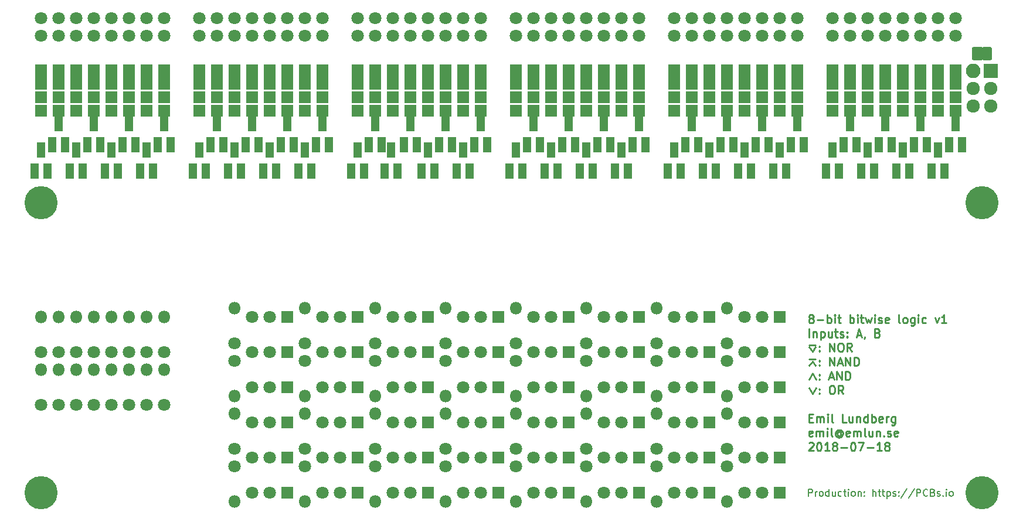
<source format=gts>
G04 #@! TF.GenerationSoftware,KiCad,Pcbnew,(5.0.0-rc2-200-g1f6f76beb)*
G04 #@! TF.CreationDate,2018-07-19T02:54:02+02:00*
G04 #@! TF.ProjectId,8-bit-bitwise-logic,382D6269742D626974776973652D6C6F,rev?*
G04 #@! TF.SameCoordinates,Original*
G04 #@! TF.FileFunction,Soldermask,Top*
G04 #@! TF.FilePolarity,Negative*
%FSLAX46Y46*%
G04 Gerber Fmt 4.6, Leading zero omitted, Abs format (unit mm)*
G04 Created by KiCad (PCBNEW (5.0.0-rc2-200-g1f6f76beb)) date Thu Jul 19 02:54:02 2018*
%MOMM*%
%LPD*%
G01*
G04 APERTURE LIST*
%ADD10C,0.200000*%
%ADD11C,0.250000*%
%ADD12C,1.924000*%
%ADD13C,1.800000*%
%ADD14R,1.800000X1.800000*%
%ADD15O,1.800000X1.800000*%
%ADD16R,1.720000X1.920000*%
%ADD17R,2.100000X2.100000*%
%ADD18O,2.100000X2.100000*%
%ADD19C,0.300000*%
%ADD20C,0.100000*%
%ADD21R,1.200000X2.300000*%
%ADD22R,1.800000X1.695000*%
%ADD23C,4.800000*%
G04 APERTURE END LIST*
D10*
X192138095Y-112212380D02*
X192138095Y-111212380D01*
X192519047Y-111212380D01*
X192614285Y-111260000D01*
X192661904Y-111307619D01*
X192709523Y-111402857D01*
X192709523Y-111545714D01*
X192661904Y-111640952D01*
X192614285Y-111688571D01*
X192519047Y-111736190D01*
X192138095Y-111736190D01*
X193138095Y-112212380D02*
X193138095Y-111545714D01*
X193138095Y-111736190D02*
X193185714Y-111640952D01*
X193233333Y-111593333D01*
X193328571Y-111545714D01*
X193423809Y-111545714D01*
X193900000Y-112212380D02*
X193804761Y-112164761D01*
X193757142Y-112117142D01*
X193709523Y-112021904D01*
X193709523Y-111736190D01*
X193757142Y-111640952D01*
X193804761Y-111593333D01*
X193900000Y-111545714D01*
X194042857Y-111545714D01*
X194138095Y-111593333D01*
X194185714Y-111640952D01*
X194233333Y-111736190D01*
X194233333Y-112021904D01*
X194185714Y-112117142D01*
X194138095Y-112164761D01*
X194042857Y-112212380D01*
X193900000Y-112212380D01*
X195090476Y-112212380D02*
X195090476Y-111212380D01*
X195090476Y-112164761D02*
X194995238Y-112212380D01*
X194804761Y-112212380D01*
X194709523Y-112164761D01*
X194661904Y-112117142D01*
X194614285Y-112021904D01*
X194614285Y-111736190D01*
X194661904Y-111640952D01*
X194709523Y-111593333D01*
X194804761Y-111545714D01*
X194995238Y-111545714D01*
X195090476Y-111593333D01*
X195995238Y-111545714D02*
X195995238Y-112212380D01*
X195566666Y-111545714D02*
X195566666Y-112069523D01*
X195614285Y-112164761D01*
X195709523Y-112212380D01*
X195852380Y-112212380D01*
X195947619Y-112164761D01*
X195995238Y-112117142D01*
X196900000Y-112164761D02*
X196804761Y-112212380D01*
X196614285Y-112212380D01*
X196519047Y-112164761D01*
X196471428Y-112117142D01*
X196423809Y-112021904D01*
X196423809Y-111736190D01*
X196471428Y-111640952D01*
X196519047Y-111593333D01*
X196614285Y-111545714D01*
X196804761Y-111545714D01*
X196900000Y-111593333D01*
X197185714Y-111545714D02*
X197566666Y-111545714D01*
X197328571Y-111212380D02*
X197328571Y-112069523D01*
X197376190Y-112164761D01*
X197471428Y-112212380D01*
X197566666Y-112212380D01*
X197900000Y-112212380D02*
X197900000Y-111545714D01*
X197900000Y-111212380D02*
X197852380Y-111260000D01*
X197900000Y-111307619D01*
X197947619Y-111260000D01*
X197900000Y-111212380D01*
X197900000Y-111307619D01*
X198519047Y-112212380D02*
X198423809Y-112164761D01*
X198376190Y-112117142D01*
X198328571Y-112021904D01*
X198328571Y-111736190D01*
X198376190Y-111640952D01*
X198423809Y-111593333D01*
X198519047Y-111545714D01*
X198661904Y-111545714D01*
X198757142Y-111593333D01*
X198804761Y-111640952D01*
X198852380Y-111736190D01*
X198852380Y-112021904D01*
X198804761Y-112117142D01*
X198757142Y-112164761D01*
X198661904Y-112212380D01*
X198519047Y-112212380D01*
X199280952Y-111545714D02*
X199280952Y-112212380D01*
X199280952Y-111640952D02*
X199328571Y-111593333D01*
X199423809Y-111545714D01*
X199566666Y-111545714D01*
X199661904Y-111593333D01*
X199709523Y-111688571D01*
X199709523Y-112212380D01*
X200185714Y-112117142D02*
X200233333Y-112164761D01*
X200185714Y-112212380D01*
X200138095Y-112164761D01*
X200185714Y-112117142D01*
X200185714Y-112212380D01*
X200185714Y-111593333D02*
X200233333Y-111640952D01*
X200185714Y-111688571D01*
X200138095Y-111640952D01*
X200185714Y-111593333D01*
X200185714Y-111688571D01*
X201423809Y-112212380D02*
X201423809Y-111212380D01*
X201852380Y-112212380D02*
X201852380Y-111688571D01*
X201804761Y-111593333D01*
X201709523Y-111545714D01*
X201566666Y-111545714D01*
X201471428Y-111593333D01*
X201423809Y-111640952D01*
X202185714Y-111545714D02*
X202566666Y-111545714D01*
X202328571Y-111212380D02*
X202328571Y-112069523D01*
X202376190Y-112164761D01*
X202471428Y-112212380D01*
X202566666Y-112212380D01*
X202757142Y-111545714D02*
X203138095Y-111545714D01*
X202900000Y-111212380D02*
X202900000Y-112069523D01*
X202947619Y-112164761D01*
X203042857Y-112212380D01*
X203138095Y-112212380D01*
X203471428Y-111545714D02*
X203471428Y-112545714D01*
X203471428Y-111593333D02*
X203566666Y-111545714D01*
X203757142Y-111545714D01*
X203852380Y-111593333D01*
X203900000Y-111640952D01*
X203947619Y-111736190D01*
X203947619Y-112021904D01*
X203900000Y-112117142D01*
X203852380Y-112164761D01*
X203757142Y-112212380D01*
X203566666Y-112212380D01*
X203471428Y-112164761D01*
X204328571Y-112164761D02*
X204423809Y-112212380D01*
X204614285Y-112212380D01*
X204709523Y-112164761D01*
X204757142Y-112069523D01*
X204757142Y-112021904D01*
X204709523Y-111926666D01*
X204614285Y-111879047D01*
X204471428Y-111879047D01*
X204376190Y-111831428D01*
X204328571Y-111736190D01*
X204328571Y-111688571D01*
X204376190Y-111593333D01*
X204471428Y-111545714D01*
X204614285Y-111545714D01*
X204709523Y-111593333D01*
X205185714Y-112117142D02*
X205233333Y-112164761D01*
X205185714Y-112212380D01*
X205138095Y-112164761D01*
X205185714Y-112117142D01*
X205185714Y-112212380D01*
X205185714Y-111593333D02*
X205233333Y-111640952D01*
X205185714Y-111688571D01*
X205138095Y-111640952D01*
X205185714Y-111593333D01*
X205185714Y-111688571D01*
X206376190Y-111164761D02*
X205519047Y-112450476D01*
X207423809Y-111164761D02*
X206566666Y-112450476D01*
X207757142Y-112212380D02*
X207757142Y-111212380D01*
X208138095Y-111212380D01*
X208233333Y-111260000D01*
X208280952Y-111307619D01*
X208328571Y-111402857D01*
X208328571Y-111545714D01*
X208280952Y-111640952D01*
X208233333Y-111688571D01*
X208138095Y-111736190D01*
X207757142Y-111736190D01*
X209328571Y-112117142D02*
X209280952Y-112164761D01*
X209138095Y-112212380D01*
X209042857Y-112212380D01*
X208900000Y-112164761D01*
X208804761Y-112069523D01*
X208757142Y-111974285D01*
X208709523Y-111783809D01*
X208709523Y-111640952D01*
X208757142Y-111450476D01*
X208804761Y-111355238D01*
X208900000Y-111260000D01*
X209042857Y-111212380D01*
X209138095Y-111212380D01*
X209280952Y-111260000D01*
X209328571Y-111307619D01*
X210090476Y-111688571D02*
X210233333Y-111736190D01*
X210280952Y-111783809D01*
X210328571Y-111879047D01*
X210328571Y-112021904D01*
X210280952Y-112117142D01*
X210233333Y-112164761D01*
X210138095Y-112212380D01*
X209757142Y-112212380D01*
X209757142Y-111212380D01*
X210090476Y-111212380D01*
X210185714Y-111260000D01*
X210233333Y-111307619D01*
X210280952Y-111402857D01*
X210280952Y-111498095D01*
X210233333Y-111593333D01*
X210185714Y-111640952D01*
X210090476Y-111688571D01*
X209757142Y-111688571D01*
X210709523Y-112164761D02*
X210804761Y-112212380D01*
X210995238Y-112212380D01*
X211090476Y-112164761D01*
X211138095Y-112069523D01*
X211138095Y-112021904D01*
X211090476Y-111926666D01*
X210995238Y-111879047D01*
X210852380Y-111879047D01*
X210757142Y-111831428D01*
X210709523Y-111736190D01*
X210709523Y-111688571D01*
X210757142Y-111593333D01*
X210852380Y-111545714D01*
X210995238Y-111545714D01*
X211090476Y-111593333D01*
X211566666Y-112117142D02*
X211614285Y-112164761D01*
X211566666Y-112212380D01*
X211519047Y-112164761D01*
X211566666Y-112117142D01*
X211566666Y-112212380D01*
X212042857Y-112212380D02*
X212042857Y-111545714D01*
X212042857Y-111212380D02*
X211995238Y-111260000D01*
X212042857Y-111307619D01*
X212090476Y-111260000D01*
X212042857Y-111212380D01*
X212042857Y-111307619D01*
X212661904Y-112212380D02*
X212566666Y-112164761D01*
X212519047Y-112117142D01*
X212471428Y-112021904D01*
X212471428Y-111736190D01*
X212519047Y-111640952D01*
X212566666Y-111593333D01*
X212661904Y-111545714D01*
X212804761Y-111545714D01*
X212900000Y-111593333D01*
X212947619Y-111640952D01*
X212995238Y-111736190D01*
X212995238Y-112021904D01*
X212947619Y-112117142D01*
X212900000Y-112164761D01*
X212804761Y-112212380D01*
X212661904Y-112212380D01*
D11*
X192389642Y-86517142D02*
X192275357Y-86460000D01*
X192218214Y-86402857D01*
X192161071Y-86288571D01*
X192161071Y-86231428D01*
X192218214Y-86117142D01*
X192275357Y-86060000D01*
X192389642Y-86002857D01*
X192618214Y-86002857D01*
X192732500Y-86060000D01*
X192789642Y-86117142D01*
X192846785Y-86231428D01*
X192846785Y-86288571D01*
X192789642Y-86402857D01*
X192732500Y-86460000D01*
X192618214Y-86517142D01*
X192389642Y-86517142D01*
X192275357Y-86574285D01*
X192218214Y-86631428D01*
X192161071Y-86745714D01*
X192161071Y-86974285D01*
X192218214Y-87088571D01*
X192275357Y-87145714D01*
X192389642Y-87202857D01*
X192618214Y-87202857D01*
X192732500Y-87145714D01*
X192789642Y-87088571D01*
X192846785Y-86974285D01*
X192846785Y-86745714D01*
X192789642Y-86631428D01*
X192732500Y-86574285D01*
X192618214Y-86517142D01*
X193361071Y-86745714D02*
X194275357Y-86745714D01*
X194846785Y-87202857D02*
X194846785Y-86002857D01*
X194846785Y-86460000D02*
X194961071Y-86402857D01*
X195189642Y-86402857D01*
X195303928Y-86460000D01*
X195361071Y-86517142D01*
X195418214Y-86631428D01*
X195418214Y-86974285D01*
X195361071Y-87088571D01*
X195303928Y-87145714D01*
X195189642Y-87202857D01*
X194961071Y-87202857D01*
X194846785Y-87145714D01*
X195932500Y-87202857D02*
X195932500Y-86402857D01*
X195932500Y-86002857D02*
X195875357Y-86060000D01*
X195932500Y-86117142D01*
X195989642Y-86060000D01*
X195932500Y-86002857D01*
X195932500Y-86117142D01*
X196332500Y-86402857D02*
X196789642Y-86402857D01*
X196503928Y-86002857D02*
X196503928Y-87031428D01*
X196561071Y-87145714D01*
X196675357Y-87202857D01*
X196789642Y-87202857D01*
X198103928Y-87202857D02*
X198103928Y-86002857D01*
X198103928Y-86460000D02*
X198218214Y-86402857D01*
X198446785Y-86402857D01*
X198561071Y-86460000D01*
X198618214Y-86517142D01*
X198675357Y-86631428D01*
X198675357Y-86974285D01*
X198618214Y-87088571D01*
X198561071Y-87145714D01*
X198446785Y-87202857D01*
X198218214Y-87202857D01*
X198103928Y-87145714D01*
X199189642Y-87202857D02*
X199189642Y-86402857D01*
X199189642Y-86002857D02*
X199132500Y-86060000D01*
X199189642Y-86117142D01*
X199246785Y-86060000D01*
X199189642Y-86002857D01*
X199189642Y-86117142D01*
X199589642Y-86402857D02*
X200046785Y-86402857D01*
X199761071Y-86002857D02*
X199761071Y-87031428D01*
X199818214Y-87145714D01*
X199932500Y-87202857D01*
X200046785Y-87202857D01*
X200332500Y-86402857D02*
X200561071Y-87202857D01*
X200789642Y-86631428D01*
X201018214Y-87202857D01*
X201246785Y-86402857D01*
X201703928Y-87202857D02*
X201703928Y-86402857D01*
X201703928Y-86002857D02*
X201646785Y-86060000D01*
X201703928Y-86117142D01*
X201761071Y-86060000D01*
X201703928Y-86002857D01*
X201703928Y-86117142D01*
X202218214Y-87145714D02*
X202332500Y-87202857D01*
X202561071Y-87202857D01*
X202675357Y-87145714D01*
X202732500Y-87031428D01*
X202732500Y-86974285D01*
X202675357Y-86860000D01*
X202561071Y-86802857D01*
X202389642Y-86802857D01*
X202275357Y-86745714D01*
X202218214Y-86631428D01*
X202218214Y-86574285D01*
X202275357Y-86460000D01*
X202389642Y-86402857D01*
X202561071Y-86402857D01*
X202675357Y-86460000D01*
X203703928Y-87145714D02*
X203589642Y-87202857D01*
X203361071Y-87202857D01*
X203246785Y-87145714D01*
X203189642Y-87031428D01*
X203189642Y-86574285D01*
X203246785Y-86460000D01*
X203361071Y-86402857D01*
X203589642Y-86402857D01*
X203703928Y-86460000D01*
X203761071Y-86574285D01*
X203761071Y-86688571D01*
X203189642Y-86802857D01*
X205361071Y-87202857D02*
X205246785Y-87145714D01*
X205189642Y-87031428D01*
X205189642Y-86002857D01*
X205989642Y-87202857D02*
X205875357Y-87145714D01*
X205818214Y-87088571D01*
X205761071Y-86974285D01*
X205761071Y-86631428D01*
X205818214Y-86517142D01*
X205875357Y-86460000D01*
X205989642Y-86402857D01*
X206161071Y-86402857D01*
X206275357Y-86460000D01*
X206332500Y-86517142D01*
X206389642Y-86631428D01*
X206389642Y-86974285D01*
X206332500Y-87088571D01*
X206275357Y-87145714D01*
X206161071Y-87202857D01*
X205989642Y-87202857D01*
X207418214Y-86402857D02*
X207418214Y-87374285D01*
X207361071Y-87488571D01*
X207303928Y-87545714D01*
X207189642Y-87602857D01*
X207018214Y-87602857D01*
X206903928Y-87545714D01*
X207418214Y-87145714D02*
X207303928Y-87202857D01*
X207075357Y-87202857D01*
X206961071Y-87145714D01*
X206903928Y-87088571D01*
X206846785Y-86974285D01*
X206846785Y-86631428D01*
X206903928Y-86517142D01*
X206961071Y-86460000D01*
X207075357Y-86402857D01*
X207303928Y-86402857D01*
X207418214Y-86460000D01*
X207989642Y-87202857D02*
X207989642Y-86402857D01*
X207989642Y-86002857D02*
X207932500Y-86060000D01*
X207989642Y-86117142D01*
X208046785Y-86060000D01*
X207989642Y-86002857D01*
X207989642Y-86117142D01*
X209075357Y-87145714D02*
X208961071Y-87202857D01*
X208732500Y-87202857D01*
X208618214Y-87145714D01*
X208561071Y-87088571D01*
X208503928Y-86974285D01*
X208503928Y-86631428D01*
X208561071Y-86517142D01*
X208618214Y-86460000D01*
X208732500Y-86402857D01*
X208961071Y-86402857D01*
X209075357Y-86460000D01*
X210389642Y-86402857D02*
X210675357Y-87202857D01*
X210961071Y-86402857D01*
X212046785Y-87202857D02*
X211361071Y-87202857D01*
X211703928Y-87202857D02*
X211703928Y-86002857D01*
X211589642Y-86174285D01*
X211475357Y-86288571D01*
X211361071Y-86345714D01*
X192218214Y-89252857D02*
X192218214Y-88052857D01*
X192789642Y-88452857D02*
X192789642Y-89252857D01*
X192789642Y-88567142D02*
X192846785Y-88510000D01*
X192961071Y-88452857D01*
X193132500Y-88452857D01*
X193246785Y-88510000D01*
X193303928Y-88624285D01*
X193303928Y-89252857D01*
X193875357Y-88452857D02*
X193875357Y-89652857D01*
X193875357Y-88510000D02*
X193989642Y-88452857D01*
X194218214Y-88452857D01*
X194332500Y-88510000D01*
X194389642Y-88567142D01*
X194446785Y-88681428D01*
X194446785Y-89024285D01*
X194389642Y-89138571D01*
X194332500Y-89195714D01*
X194218214Y-89252857D01*
X193989642Y-89252857D01*
X193875357Y-89195714D01*
X195475357Y-88452857D02*
X195475357Y-89252857D01*
X194961071Y-88452857D02*
X194961071Y-89081428D01*
X195018214Y-89195714D01*
X195132500Y-89252857D01*
X195303928Y-89252857D01*
X195418214Y-89195714D01*
X195475357Y-89138571D01*
X195875357Y-88452857D02*
X196332500Y-88452857D01*
X196046785Y-88052857D02*
X196046785Y-89081428D01*
X196103928Y-89195714D01*
X196218214Y-89252857D01*
X196332500Y-89252857D01*
X196675357Y-89195714D02*
X196789642Y-89252857D01*
X197018214Y-89252857D01*
X197132500Y-89195714D01*
X197189642Y-89081428D01*
X197189642Y-89024285D01*
X197132500Y-88910000D01*
X197018214Y-88852857D01*
X196846785Y-88852857D01*
X196732500Y-88795714D01*
X196675357Y-88681428D01*
X196675357Y-88624285D01*
X196732500Y-88510000D01*
X196846785Y-88452857D01*
X197018214Y-88452857D01*
X197132500Y-88510000D01*
X197703928Y-89138571D02*
X197761071Y-89195714D01*
X197703928Y-89252857D01*
X197646785Y-89195714D01*
X197703928Y-89138571D01*
X197703928Y-89252857D01*
X197703928Y-88510000D02*
X197761071Y-88567142D01*
X197703928Y-88624285D01*
X197646785Y-88567142D01*
X197703928Y-88510000D01*
X197703928Y-88624285D01*
X199132500Y-88910000D02*
X199703928Y-88910000D01*
X199018214Y-89252857D02*
X199418214Y-88052857D01*
X199818214Y-89252857D01*
X200275357Y-89195714D02*
X200275357Y-89252857D01*
X200218214Y-89367142D01*
X200161071Y-89424285D01*
X202103928Y-88624285D02*
X202275357Y-88681428D01*
X202332500Y-88738571D01*
X202389642Y-88852857D01*
X202389642Y-89024285D01*
X202332500Y-89138571D01*
X202275357Y-89195714D01*
X202161071Y-89252857D01*
X201703928Y-89252857D01*
X201703928Y-88052857D01*
X202103928Y-88052857D01*
X202218214Y-88110000D01*
X202275357Y-88167142D01*
X202332500Y-88281428D01*
X202332500Y-88395714D01*
X202275357Y-88510000D01*
X202218214Y-88567142D01*
X202103928Y-88624285D01*
X201703928Y-88624285D01*
X192218214Y-90388571D02*
X193132500Y-90388571D01*
X193132500Y-90674285D02*
X192675357Y-91302857D01*
X192218214Y-90674285D01*
X193703928Y-91188571D02*
X193761071Y-91245714D01*
X193703928Y-91302857D01*
X193646785Y-91245714D01*
X193703928Y-91188571D01*
X193703928Y-91302857D01*
X193703928Y-90560000D02*
X193761071Y-90617142D01*
X193703928Y-90674285D01*
X193646785Y-90617142D01*
X193703928Y-90560000D01*
X193703928Y-90674285D01*
X195189642Y-91302857D02*
X195189642Y-90102857D01*
X195875357Y-91302857D01*
X195875357Y-90102857D01*
X196675357Y-90102857D02*
X196903928Y-90102857D01*
X197018214Y-90160000D01*
X197132500Y-90274285D01*
X197189642Y-90502857D01*
X197189642Y-90902857D01*
X197132500Y-91131428D01*
X197018214Y-91245714D01*
X196903928Y-91302857D01*
X196675357Y-91302857D01*
X196561071Y-91245714D01*
X196446785Y-91131428D01*
X196389642Y-90902857D01*
X196389642Y-90502857D01*
X196446785Y-90274285D01*
X196561071Y-90160000D01*
X196675357Y-90102857D01*
X198389642Y-91302857D02*
X197989642Y-90731428D01*
X197703928Y-91302857D02*
X197703928Y-90102857D01*
X198161071Y-90102857D01*
X198275357Y-90160000D01*
X198332500Y-90217142D01*
X198389642Y-90331428D01*
X198389642Y-90502857D01*
X198332500Y-90617142D01*
X198275357Y-90674285D01*
X198161071Y-90731428D01*
X197703928Y-90731428D01*
X193132500Y-92438571D02*
X192218214Y-92438571D01*
X192218214Y-93352857D02*
X192675357Y-92724285D01*
X193132500Y-93352857D01*
X193703928Y-93238571D02*
X193761071Y-93295714D01*
X193703928Y-93352857D01*
X193646785Y-93295714D01*
X193703928Y-93238571D01*
X193703928Y-93352857D01*
X193703928Y-92610000D02*
X193761071Y-92667142D01*
X193703928Y-92724285D01*
X193646785Y-92667142D01*
X193703928Y-92610000D01*
X193703928Y-92724285D01*
X195189642Y-93352857D02*
X195189642Y-92152857D01*
X195875357Y-93352857D01*
X195875357Y-92152857D01*
X196389642Y-93010000D02*
X196961071Y-93010000D01*
X196275357Y-93352857D02*
X196675357Y-92152857D01*
X197075357Y-93352857D01*
X197475357Y-93352857D02*
X197475357Y-92152857D01*
X198161071Y-93352857D01*
X198161071Y-92152857D01*
X198732500Y-93352857D02*
X198732500Y-92152857D01*
X199018214Y-92152857D01*
X199189642Y-92210000D01*
X199303928Y-92324285D01*
X199361071Y-92438571D01*
X199418214Y-92667142D01*
X199418214Y-92838571D01*
X199361071Y-93067142D01*
X199303928Y-93181428D01*
X199189642Y-93295714D01*
X199018214Y-93352857D01*
X198732500Y-93352857D01*
X193189642Y-95402857D02*
X192675357Y-94488571D01*
X192161071Y-95402857D01*
X193703928Y-95288571D02*
X193761071Y-95345714D01*
X193703928Y-95402857D01*
X193646785Y-95345714D01*
X193703928Y-95288571D01*
X193703928Y-95402857D01*
X193703928Y-94660000D02*
X193761071Y-94717142D01*
X193703928Y-94774285D01*
X193646785Y-94717142D01*
X193703928Y-94660000D01*
X193703928Y-94774285D01*
X195132500Y-95060000D02*
X195703928Y-95060000D01*
X195018214Y-95402857D02*
X195418214Y-94202857D01*
X195818214Y-95402857D01*
X196218214Y-95402857D02*
X196218214Y-94202857D01*
X196903928Y-95402857D01*
X196903928Y-94202857D01*
X197475357Y-95402857D02*
X197475357Y-94202857D01*
X197761071Y-94202857D01*
X197932500Y-94260000D01*
X198046785Y-94374285D01*
X198103928Y-94488571D01*
X198161071Y-94717142D01*
X198161071Y-94888571D01*
X198103928Y-95117142D01*
X198046785Y-95231428D01*
X197932500Y-95345714D01*
X197761071Y-95402857D01*
X197475357Y-95402857D01*
X192161071Y-96538571D02*
X192675357Y-97452857D01*
X193189642Y-96538571D01*
X193703928Y-97338571D02*
X193761071Y-97395714D01*
X193703928Y-97452857D01*
X193646785Y-97395714D01*
X193703928Y-97338571D01*
X193703928Y-97452857D01*
X193703928Y-96710000D02*
X193761071Y-96767142D01*
X193703928Y-96824285D01*
X193646785Y-96767142D01*
X193703928Y-96710000D01*
X193703928Y-96824285D01*
X195418214Y-96252857D02*
X195646785Y-96252857D01*
X195761071Y-96310000D01*
X195875357Y-96424285D01*
X195932500Y-96652857D01*
X195932500Y-97052857D01*
X195875357Y-97281428D01*
X195761071Y-97395714D01*
X195646785Y-97452857D01*
X195418214Y-97452857D01*
X195303928Y-97395714D01*
X195189642Y-97281428D01*
X195132500Y-97052857D01*
X195132500Y-96652857D01*
X195189642Y-96424285D01*
X195303928Y-96310000D01*
X195418214Y-96252857D01*
X197132500Y-97452857D02*
X196732500Y-96881428D01*
X196446785Y-97452857D02*
X196446785Y-96252857D01*
X196903928Y-96252857D01*
X197018214Y-96310000D01*
X197075357Y-96367142D01*
X197132500Y-96481428D01*
X197132500Y-96652857D01*
X197075357Y-96767142D01*
X197018214Y-96824285D01*
X196903928Y-96881428D01*
X196446785Y-96881428D01*
X192218214Y-100924285D02*
X192618214Y-100924285D01*
X192789642Y-101552857D02*
X192218214Y-101552857D01*
X192218214Y-100352857D01*
X192789642Y-100352857D01*
X193303928Y-101552857D02*
X193303928Y-100752857D01*
X193303928Y-100867142D02*
X193361071Y-100810000D01*
X193475357Y-100752857D01*
X193646785Y-100752857D01*
X193761071Y-100810000D01*
X193818214Y-100924285D01*
X193818214Y-101552857D01*
X193818214Y-100924285D02*
X193875357Y-100810000D01*
X193989642Y-100752857D01*
X194161071Y-100752857D01*
X194275357Y-100810000D01*
X194332500Y-100924285D01*
X194332500Y-101552857D01*
X194903928Y-101552857D02*
X194903928Y-100752857D01*
X194903928Y-100352857D02*
X194846785Y-100410000D01*
X194903928Y-100467142D01*
X194961071Y-100410000D01*
X194903928Y-100352857D01*
X194903928Y-100467142D01*
X195646785Y-101552857D02*
X195532500Y-101495714D01*
X195475357Y-101381428D01*
X195475357Y-100352857D01*
X197589642Y-101552857D02*
X197018214Y-101552857D01*
X197018214Y-100352857D01*
X198503928Y-100752857D02*
X198503928Y-101552857D01*
X197989642Y-100752857D02*
X197989642Y-101381428D01*
X198046785Y-101495714D01*
X198161071Y-101552857D01*
X198332500Y-101552857D01*
X198446785Y-101495714D01*
X198503928Y-101438571D01*
X199075357Y-100752857D02*
X199075357Y-101552857D01*
X199075357Y-100867142D02*
X199132500Y-100810000D01*
X199246785Y-100752857D01*
X199418214Y-100752857D01*
X199532500Y-100810000D01*
X199589642Y-100924285D01*
X199589642Y-101552857D01*
X200675357Y-101552857D02*
X200675357Y-100352857D01*
X200675357Y-101495714D02*
X200561071Y-101552857D01*
X200332500Y-101552857D01*
X200218214Y-101495714D01*
X200161071Y-101438571D01*
X200103928Y-101324285D01*
X200103928Y-100981428D01*
X200161071Y-100867142D01*
X200218214Y-100810000D01*
X200332500Y-100752857D01*
X200561071Y-100752857D01*
X200675357Y-100810000D01*
X201246785Y-101552857D02*
X201246785Y-100352857D01*
X201246785Y-100810000D02*
X201361071Y-100752857D01*
X201589642Y-100752857D01*
X201703928Y-100810000D01*
X201761071Y-100867142D01*
X201818214Y-100981428D01*
X201818214Y-101324285D01*
X201761071Y-101438571D01*
X201703928Y-101495714D01*
X201589642Y-101552857D01*
X201361071Y-101552857D01*
X201246785Y-101495714D01*
X202789642Y-101495714D02*
X202675357Y-101552857D01*
X202446785Y-101552857D01*
X202332500Y-101495714D01*
X202275357Y-101381428D01*
X202275357Y-100924285D01*
X202332500Y-100810000D01*
X202446785Y-100752857D01*
X202675357Y-100752857D01*
X202789642Y-100810000D01*
X202846785Y-100924285D01*
X202846785Y-101038571D01*
X202275357Y-101152857D01*
X203361071Y-101552857D02*
X203361071Y-100752857D01*
X203361071Y-100981428D02*
X203418214Y-100867142D01*
X203475357Y-100810000D01*
X203589642Y-100752857D01*
X203703928Y-100752857D01*
X204618214Y-100752857D02*
X204618214Y-101724285D01*
X204561071Y-101838571D01*
X204503928Y-101895714D01*
X204389642Y-101952857D01*
X204218214Y-101952857D01*
X204103928Y-101895714D01*
X204618214Y-101495714D02*
X204503928Y-101552857D01*
X204275357Y-101552857D01*
X204161071Y-101495714D01*
X204103928Y-101438571D01*
X204046785Y-101324285D01*
X204046785Y-100981428D01*
X204103928Y-100867142D01*
X204161071Y-100810000D01*
X204275357Y-100752857D01*
X204503928Y-100752857D01*
X204618214Y-100810000D01*
X192675357Y-103545714D02*
X192561071Y-103602857D01*
X192332500Y-103602857D01*
X192218214Y-103545714D01*
X192161071Y-103431428D01*
X192161071Y-102974285D01*
X192218214Y-102860000D01*
X192332500Y-102802857D01*
X192561071Y-102802857D01*
X192675357Y-102860000D01*
X192732500Y-102974285D01*
X192732500Y-103088571D01*
X192161071Y-103202857D01*
X193246785Y-103602857D02*
X193246785Y-102802857D01*
X193246785Y-102917142D02*
X193303928Y-102860000D01*
X193418214Y-102802857D01*
X193589642Y-102802857D01*
X193703928Y-102860000D01*
X193761071Y-102974285D01*
X193761071Y-103602857D01*
X193761071Y-102974285D02*
X193818214Y-102860000D01*
X193932500Y-102802857D01*
X194103928Y-102802857D01*
X194218214Y-102860000D01*
X194275357Y-102974285D01*
X194275357Y-103602857D01*
X194846785Y-103602857D02*
X194846785Y-102802857D01*
X194846785Y-102402857D02*
X194789642Y-102460000D01*
X194846785Y-102517142D01*
X194903928Y-102460000D01*
X194846785Y-102402857D01*
X194846785Y-102517142D01*
X195589642Y-103602857D02*
X195475357Y-103545714D01*
X195418214Y-103431428D01*
X195418214Y-102402857D01*
X196789642Y-103031428D02*
X196732500Y-102974285D01*
X196618214Y-102917142D01*
X196503928Y-102917142D01*
X196389642Y-102974285D01*
X196332500Y-103031428D01*
X196275357Y-103145714D01*
X196275357Y-103260000D01*
X196332500Y-103374285D01*
X196389642Y-103431428D01*
X196503928Y-103488571D01*
X196618214Y-103488571D01*
X196732500Y-103431428D01*
X196789642Y-103374285D01*
X196789642Y-102917142D02*
X196789642Y-103374285D01*
X196846785Y-103431428D01*
X196903928Y-103431428D01*
X197018214Y-103374285D01*
X197075357Y-103260000D01*
X197075357Y-102974285D01*
X196961071Y-102802857D01*
X196789642Y-102688571D01*
X196561071Y-102631428D01*
X196332500Y-102688571D01*
X196161071Y-102802857D01*
X196046785Y-102974285D01*
X195989642Y-103202857D01*
X196046785Y-103431428D01*
X196161071Y-103602857D01*
X196332500Y-103717142D01*
X196561071Y-103774285D01*
X196789642Y-103717142D01*
X196961071Y-103602857D01*
X198046785Y-103545714D02*
X197932500Y-103602857D01*
X197703928Y-103602857D01*
X197589642Y-103545714D01*
X197532500Y-103431428D01*
X197532500Y-102974285D01*
X197589642Y-102860000D01*
X197703928Y-102802857D01*
X197932500Y-102802857D01*
X198046785Y-102860000D01*
X198103928Y-102974285D01*
X198103928Y-103088571D01*
X197532500Y-103202857D01*
X198618214Y-103602857D02*
X198618214Y-102802857D01*
X198618214Y-102917142D02*
X198675357Y-102860000D01*
X198789642Y-102802857D01*
X198961071Y-102802857D01*
X199075357Y-102860000D01*
X199132500Y-102974285D01*
X199132500Y-103602857D01*
X199132500Y-102974285D02*
X199189642Y-102860000D01*
X199303928Y-102802857D01*
X199475357Y-102802857D01*
X199589642Y-102860000D01*
X199646785Y-102974285D01*
X199646785Y-103602857D01*
X200389642Y-103602857D02*
X200275357Y-103545714D01*
X200218214Y-103431428D01*
X200218214Y-102402857D01*
X201361071Y-102802857D02*
X201361071Y-103602857D01*
X200846785Y-102802857D02*
X200846785Y-103431428D01*
X200903928Y-103545714D01*
X201018214Y-103602857D01*
X201189642Y-103602857D01*
X201303928Y-103545714D01*
X201361071Y-103488571D01*
X201932500Y-102802857D02*
X201932500Y-103602857D01*
X201932500Y-102917142D02*
X201989642Y-102860000D01*
X202103928Y-102802857D01*
X202275357Y-102802857D01*
X202389642Y-102860000D01*
X202446785Y-102974285D01*
X202446785Y-103602857D01*
X203018214Y-103488571D02*
X203075357Y-103545714D01*
X203018214Y-103602857D01*
X202961071Y-103545714D01*
X203018214Y-103488571D01*
X203018214Y-103602857D01*
X203532500Y-103545714D02*
X203646785Y-103602857D01*
X203875357Y-103602857D01*
X203989642Y-103545714D01*
X204046785Y-103431428D01*
X204046785Y-103374285D01*
X203989642Y-103260000D01*
X203875357Y-103202857D01*
X203703928Y-103202857D01*
X203589642Y-103145714D01*
X203532500Y-103031428D01*
X203532500Y-102974285D01*
X203589642Y-102860000D01*
X203703928Y-102802857D01*
X203875357Y-102802857D01*
X203989642Y-102860000D01*
X205018214Y-103545714D02*
X204903928Y-103602857D01*
X204675357Y-103602857D01*
X204561071Y-103545714D01*
X204503928Y-103431428D01*
X204503928Y-102974285D01*
X204561071Y-102860000D01*
X204675357Y-102802857D01*
X204903928Y-102802857D01*
X205018214Y-102860000D01*
X205075357Y-102974285D01*
X205075357Y-103088571D01*
X204503928Y-103202857D01*
X192161071Y-104567142D02*
X192218214Y-104510000D01*
X192332500Y-104452857D01*
X192618214Y-104452857D01*
X192732500Y-104510000D01*
X192789642Y-104567142D01*
X192846785Y-104681428D01*
X192846785Y-104795714D01*
X192789642Y-104967142D01*
X192103928Y-105652857D01*
X192846785Y-105652857D01*
X193589642Y-104452857D02*
X193703928Y-104452857D01*
X193818214Y-104510000D01*
X193875357Y-104567142D01*
X193932500Y-104681428D01*
X193989642Y-104910000D01*
X193989642Y-105195714D01*
X193932500Y-105424285D01*
X193875357Y-105538571D01*
X193818214Y-105595714D01*
X193703928Y-105652857D01*
X193589642Y-105652857D01*
X193475357Y-105595714D01*
X193418214Y-105538571D01*
X193361071Y-105424285D01*
X193303928Y-105195714D01*
X193303928Y-104910000D01*
X193361071Y-104681428D01*
X193418214Y-104567142D01*
X193475357Y-104510000D01*
X193589642Y-104452857D01*
X195132500Y-105652857D02*
X194446785Y-105652857D01*
X194789642Y-105652857D02*
X194789642Y-104452857D01*
X194675357Y-104624285D01*
X194561071Y-104738571D01*
X194446785Y-104795714D01*
X195818214Y-104967142D02*
X195703928Y-104910000D01*
X195646785Y-104852857D01*
X195589642Y-104738571D01*
X195589642Y-104681428D01*
X195646785Y-104567142D01*
X195703928Y-104510000D01*
X195818214Y-104452857D01*
X196046785Y-104452857D01*
X196161071Y-104510000D01*
X196218214Y-104567142D01*
X196275357Y-104681428D01*
X196275357Y-104738571D01*
X196218214Y-104852857D01*
X196161071Y-104910000D01*
X196046785Y-104967142D01*
X195818214Y-104967142D01*
X195703928Y-105024285D01*
X195646785Y-105081428D01*
X195589642Y-105195714D01*
X195589642Y-105424285D01*
X195646785Y-105538571D01*
X195703928Y-105595714D01*
X195818214Y-105652857D01*
X196046785Y-105652857D01*
X196161071Y-105595714D01*
X196218214Y-105538571D01*
X196275357Y-105424285D01*
X196275357Y-105195714D01*
X196218214Y-105081428D01*
X196161071Y-105024285D01*
X196046785Y-104967142D01*
X196789642Y-105195714D02*
X197703928Y-105195714D01*
X198503928Y-104452857D02*
X198618214Y-104452857D01*
X198732500Y-104510000D01*
X198789642Y-104567142D01*
X198846785Y-104681428D01*
X198903928Y-104910000D01*
X198903928Y-105195714D01*
X198846785Y-105424285D01*
X198789642Y-105538571D01*
X198732500Y-105595714D01*
X198618214Y-105652857D01*
X198503928Y-105652857D01*
X198389642Y-105595714D01*
X198332500Y-105538571D01*
X198275357Y-105424285D01*
X198218214Y-105195714D01*
X198218214Y-104910000D01*
X198275357Y-104681428D01*
X198332500Y-104567142D01*
X198389642Y-104510000D01*
X198503928Y-104452857D01*
X199303928Y-104452857D02*
X200103928Y-104452857D01*
X199589642Y-105652857D01*
X200561071Y-105195714D02*
X201475357Y-105195714D01*
X202675357Y-105652857D02*
X201989642Y-105652857D01*
X202332500Y-105652857D02*
X202332500Y-104452857D01*
X202218214Y-104624285D01*
X202103928Y-104738571D01*
X201989642Y-104795714D01*
X203361071Y-104967142D02*
X203246785Y-104910000D01*
X203189642Y-104852857D01*
X203132500Y-104738571D01*
X203132500Y-104681428D01*
X203189642Y-104567142D01*
X203246785Y-104510000D01*
X203361071Y-104452857D01*
X203589642Y-104452857D01*
X203703928Y-104510000D01*
X203761071Y-104567142D01*
X203818214Y-104681428D01*
X203818214Y-104738571D01*
X203761071Y-104852857D01*
X203703928Y-104910000D01*
X203589642Y-104967142D01*
X203361071Y-104967142D01*
X203246785Y-105024285D01*
X203189642Y-105081428D01*
X203132500Y-105195714D01*
X203132500Y-105424285D01*
X203189642Y-105538571D01*
X203246785Y-105595714D01*
X203361071Y-105652857D01*
X203589642Y-105652857D01*
X203703928Y-105595714D01*
X203761071Y-105538571D01*
X203818214Y-105424285D01*
X203818214Y-105195714D01*
X203761071Y-105081428D01*
X203703928Y-105024285D01*
X203589642Y-104967142D01*
D12*
G04 #@! TO.C,J7*
X218440000Y-53340000D03*
X218440000Y-55880000D03*
X215900000Y-55880000D03*
X215900000Y-53340000D03*
G04 #@! TD*
D13*
G04 #@! TO.C,Q20*
X154940000Y-91440000D03*
X152400000Y-91440000D03*
D14*
X157480000Y-91440000D03*
G04 #@! TD*
D13*
G04 #@! TO.C,Q7*
X175260000Y-86360000D03*
X172720000Y-86360000D03*
D14*
X177800000Y-86360000D03*
G04 #@! TD*
D13*
G04 #@! TO.C,Q1*
X185420000Y-86360000D03*
X182880000Y-86360000D03*
D14*
X187960000Y-86360000D03*
G04 #@! TD*
D13*
G04 #@! TO.C,Q2*
X185420000Y-91440000D03*
X182880000Y-91440000D03*
D14*
X187960000Y-91440000D03*
G04 #@! TD*
D13*
G04 #@! TO.C,Q3*
X185420000Y-96520000D03*
X182880000Y-96520000D03*
D14*
X187960000Y-96520000D03*
G04 #@! TD*
D13*
G04 #@! TO.C,Q4*
X185420000Y-101600000D03*
X182880000Y-101600000D03*
D14*
X187960000Y-101600000D03*
G04 #@! TD*
D13*
G04 #@! TO.C,Q5*
X185420000Y-106680000D03*
X182880000Y-106680000D03*
D14*
X187960000Y-106680000D03*
G04 #@! TD*
D13*
G04 #@! TO.C,Q6*
X185420000Y-111760000D03*
X182880000Y-111760000D03*
D14*
X187960000Y-111760000D03*
G04 #@! TD*
D13*
G04 #@! TO.C,Q8*
X175260000Y-91440000D03*
X172720000Y-91440000D03*
D14*
X177800000Y-91440000D03*
G04 #@! TD*
D13*
G04 #@! TO.C,Q9*
X175260000Y-96520000D03*
X172720000Y-96520000D03*
D14*
X177800000Y-96520000D03*
G04 #@! TD*
D13*
G04 #@! TO.C,Q10*
X175260000Y-101600000D03*
X172720000Y-101600000D03*
D14*
X177800000Y-101600000D03*
G04 #@! TD*
D13*
G04 #@! TO.C,Q11*
X175260000Y-106680000D03*
X172720000Y-106680000D03*
D14*
X177800000Y-106680000D03*
G04 #@! TD*
D13*
G04 #@! TO.C,Q12*
X175260000Y-111760000D03*
X172720000Y-111760000D03*
D14*
X177800000Y-111760000D03*
G04 #@! TD*
D13*
G04 #@! TO.C,Q13*
X165100000Y-86360000D03*
X162560000Y-86360000D03*
D14*
X167640000Y-86360000D03*
G04 #@! TD*
D13*
G04 #@! TO.C,Q14*
X165100000Y-91440000D03*
X162560000Y-91440000D03*
D14*
X167640000Y-91440000D03*
G04 #@! TD*
D13*
G04 #@! TO.C,Q15*
X165100000Y-96520000D03*
X162560000Y-96520000D03*
D14*
X167640000Y-96520000D03*
G04 #@! TD*
D13*
G04 #@! TO.C,Q16*
X165100000Y-101600000D03*
X162560000Y-101600000D03*
D14*
X167640000Y-101600000D03*
G04 #@! TD*
D13*
G04 #@! TO.C,Q17*
X165100000Y-106680000D03*
X162560000Y-106680000D03*
D14*
X167640000Y-106680000D03*
G04 #@! TD*
D13*
G04 #@! TO.C,Q18*
X165100000Y-111760000D03*
X162560000Y-111760000D03*
D14*
X167640000Y-111760000D03*
G04 #@! TD*
D13*
G04 #@! TO.C,Q19*
X154940000Y-86360000D03*
X152400000Y-86360000D03*
D14*
X157480000Y-86360000D03*
G04 #@! TD*
D13*
G04 #@! TO.C,Q21*
X154940000Y-96520000D03*
X152400000Y-96520000D03*
D14*
X157480000Y-96520000D03*
G04 #@! TD*
D13*
G04 #@! TO.C,Q22*
X154940000Y-101600000D03*
X152400000Y-101600000D03*
D14*
X157480000Y-101600000D03*
G04 #@! TD*
D13*
G04 #@! TO.C,Q23*
X154940000Y-106680000D03*
X152400000Y-106680000D03*
D14*
X157480000Y-106680000D03*
G04 #@! TD*
D13*
G04 #@! TO.C,Q24*
X154940000Y-111760000D03*
X152400000Y-111760000D03*
D14*
X157480000Y-111760000D03*
G04 #@! TD*
D13*
G04 #@! TO.C,Q25*
X144780000Y-86360000D03*
X142240000Y-86360000D03*
D14*
X147320000Y-86360000D03*
G04 #@! TD*
D13*
G04 #@! TO.C,Q26*
X144780000Y-91440000D03*
X142240000Y-91440000D03*
D14*
X147320000Y-91440000D03*
G04 #@! TD*
D13*
G04 #@! TO.C,Q27*
X144780000Y-96520000D03*
X142240000Y-96520000D03*
D14*
X147320000Y-96520000D03*
G04 #@! TD*
D13*
G04 #@! TO.C,Q28*
X144780000Y-101600000D03*
X142240000Y-101600000D03*
D14*
X147320000Y-101600000D03*
G04 #@! TD*
D13*
G04 #@! TO.C,Q29*
X144780000Y-106680000D03*
X142240000Y-106680000D03*
D14*
X147320000Y-106680000D03*
G04 #@! TD*
D13*
G04 #@! TO.C,Q30*
X144780000Y-111760000D03*
X142240000Y-111760000D03*
D14*
X147320000Y-111760000D03*
G04 #@! TD*
D13*
G04 #@! TO.C,Q31*
X134620000Y-86360000D03*
X132080000Y-86360000D03*
D14*
X137160000Y-86360000D03*
G04 #@! TD*
D13*
G04 #@! TO.C,Q32*
X134620000Y-91440000D03*
X132080000Y-91440000D03*
D14*
X137160000Y-91440000D03*
G04 #@! TD*
D13*
G04 #@! TO.C,Q33*
X134620000Y-96520000D03*
X132080000Y-96520000D03*
D14*
X137160000Y-96520000D03*
G04 #@! TD*
D13*
G04 #@! TO.C,Q34*
X134620000Y-101600000D03*
X132080000Y-101600000D03*
D14*
X137160000Y-101600000D03*
G04 #@! TD*
D13*
G04 #@! TO.C,Q35*
X134620000Y-106680000D03*
X132080000Y-106680000D03*
D14*
X137160000Y-106680000D03*
G04 #@! TD*
D13*
G04 #@! TO.C,Q36*
X134620000Y-111760000D03*
X132080000Y-111760000D03*
D14*
X137160000Y-111760000D03*
G04 #@! TD*
D13*
G04 #@! TO.C,Q37*
X124460000Y-86360000D03*
X121920000Y-86360000D03*
D14*
X127000000Y-86360000D03*
G04 #@! TD*
D13*
G04 #@! TO.C,Q38*
X124460000Y-91440000D03*
X121920000Y-91440000D03*
D14*
X127000000Y-91440000D03*
G04 #@! TD*
D13*
G04 #@! TO.C,Q39*
X124460000Y-96520000D03*
X121920000Y-96520000D03*
D14*
X127000000Y-96520000D03*
G04 #@! TD*
D13*
G04 #@! TO.C,Q40*
X124460000Y-101600000D03*
X121920000Y-101600000D03*
D14*
X127000000Y-101600000D03*
G04 #@! TD*
D13*
G04 #@! TO.C,Q41*
X124460000Y-106680000D03*
X121920000Y-106680000D03*
D14*
X127000000Y-106680000D03*
G04 #@! TD*
D13*
G04 #@! TO.C,Q42*
X124460000Y-111760000D03*
X121920000Y-111760000D03*
D14*
X127000000Y-111760000D03*
G04 #@! TD*
D13*
G04 #@! TO.C,Q43*
X114300000Y-86360000D03*
X111760000Y-86360000D03*
D14*
X116840000Y-86360000D03*
G04 #@! TD*
D13*
G04 #@! TO.C,Q44*
X114300000Y-91440000D03*
X111760000Y-91440000D03*
D14*
X116840000Y-91440000D03*
G04 #@! TD*
D13*
G04 #@! TO.C,Q45*
X114300000Y-96520000D03*
X111760000Y-96520000D03*
D14*
X116840000Y-96520000D03*
G04 #@! TD*
D13*
G04 #@! TO.C,Q46*
X114300000Y-101600000D03*
X111760000Y-101600000D03*
D14*
X116840000Y-101600000D03*
G04 #@! TD*
D13*
G04 #@! TO.C,Q47*
X114300000Y-106680000D03*
X111760000Y-106680000D03*
D14*
X116840000Y-106680000D03*
G04 #@! TD*
D13*
G04 #@! TO.C,Q48*
X114300000Y-111760000D03*
X111760000Y-111760000D03*
D14*
X116840000Y-111760000D03*
G04 #@! TD*
D13*
G04 #@! TO.C,R1*
X99060000Y-91440000D03*
D15*
X99060000Y-86360000D03*
G04 #@! TD*
D13*
G04 #@! TO.C,R2*
X81280000Y-99060000D03*
D15*
X81280000Y-93980000D03*
G04 #@! TD*
D13*
G04 #@! TO.C,R3*
X180340000Y-90170000D03*
D15*
X180340000Y-85090000D03*
G04 #@! TD*
D13*
G04 #@! TO.C,R4*
X180340000Y-92710000D03*
D15*
X180340000Y-97790000D03*
G04 #@! TD*
D13*
G04 #@! TO.C,R5*
X180340000Y-105410000D03*
D15*
X180340000Y-100330000D03*
G04 #@! TD*
D13*
G04 #@! TO.C,R6*
X180340000Y-107950000D03*
D15*
X180340000Y-113030000D03*
G04 #@! TD*
D13*
G04 #@! TO.C,R7*
X96520000Y-91440000D03*
D15*
X96520000Y-86360000D03*
G04 #@! TD*
D13*
G04 #@! TO.C,R8*
X83820000Y-99060000D03*
D15*
X83820000Y-93980000D03*
G04 #@! TD*
D13*
G04 #@! TO.C,R9*
X170180000Y-90170000D03*
D15*
X170180000Y-85090000D03*
G04 #@! TD*
D13*
G04 #@! TO.C,R10*
X170180000Y-92710000D03*
D15*
X170180000Y-97790000D03*
G04 #@! TD*
D13*
G04 #@! TO.C,R11*
X170180000Y-105410000D03*
D15*
X170180000Y-100330000D03*
G04 #@! TD*
D13*
G04 #@! TO.C,R12*
X170180000Y-107950000D03*
D15*
X170180000Y-113030000D03*
G04 #@! TD*
D13*
G04 #@! TO.C,R13*
X93980000Y-91440000D03*
D15*
X93980000Y-86360000D03*
G04 #@! TD*
D13*
G04 #@! TO.C,R14*
X86360000Y-99060000D03*
D15*
X86360000Y-93980000D03*
G04 #@! TD*
D13*
G04 #@! TO.C,R15*
X160020000Y-90170000D03*
D15*
X160020000Y-85090000D03*
G04 #@! TD*
D13*
G04 #@! TO.C,R16*
X160020000Y-92710000D03*
D15*
X160020000Y-97790000D03*
G04 #@! TD*
D13*
G04 #@! TO.C,R17*
X160020000Y-105410000D03*
D15*
X160020000Y-100330000D03*
G04 #@! TD*
D13*
G04 #@! TO.C,R18*
X160020000Y-107950000D03*
D15*
X160020000Y-113030000D03*
G04 #@! TD*
D13*
G04 #@! TO.C,R19*
X91440000Y-91440000D03*
D15*
X91440000Y-86360000D03*
G04 #@! TD*
D13*
G04 #@! TO.C,R20*
X88900000Y-99060000D03*
D15*
X88900000Y-93980000D03*
G04 #@! TD*
D13*
G04 #@! TO.C,R21*
X149860000Y-90170000D03*
D15*
X149860000Y-85090000D03*
G04 #@! TD*
D13*
G04 #@! TO.C,R22*
X149860000Y-92710000D03*
D15*
X149860000Y-97790000D03*
G04 #@! TD*
D13*
G04 #@! TO.C,R23*
X149860000Y-105410000D03*
D15*
X149860000Y-100330000D03*
G04 #@! TD*
D13*
G04 #@! TO.C,R24*
X149860000Y-107950000D03*
D15*
X149860000Y-113030000D03*
G04 #@! TD*
D13*
G04 #@! TO.C,R25*
X88900000Y-91440000D03*
D15*
X88900000Y-86360000D03*
G04 #@! TD*
D13*
G04 #@! TO.C,R26*
X91440000Y-99060000D03*
D15*
X91440000Y-93980000D03*
G04 #@! TD*
D13*
G04 #@! TO.C,R27*
X139700000Y-90170000D03*
D15*
X139700000Y-85090000D03*
G04 #@! TD*
D13*
G04 #@! TO.C,R28*
X139700000Y-92710000D03*
D15*
X139700000Y-97790000D03*
G04 #@! TD*
D13*
G04 #@! TO.C,R29*
X139700000Y-105410000D03*
D15*
X139700000Y-100330000D03*
G04 #@! TD*
D13*
G04 #@! TO.C,R30*
X139700000Y-107950000D03*
D15*
X139700000Y-113030000D03*
G04 #@! TD*
D13*
G04 #@! TO.C,R31*
X86360000Y-91440000D03*
D15*
X86360000Y-86360000D03*
G04 #@! TD*
D13*
G04 #@! TO.C,R32*
X93980000Y-99060000D03*
D15*
X93980000Y-93980000D03*
G04 #@! TD*
D13*
G04 #@! TO.C,R33*
X129540000Y-90170000D03*
D15*
X129540000Y-85090000D03*
G04 #@! TD*
D13*
G04 #@! TO.C,R34*
X129540000Y-92710000D03*
D15*
X129540000Y-97790000D03*
G04 #@! TD*
D13*
G04 #@! TO.C,R35*
X129540000Y-105410000D03*
D15*
X129540000Y-100330000D03*
G04 #@! TD*
D13*
G04 #@! TO.C,R36*
X129540000Y-107950000D03*
D15*
X129540000Y-113030000D03*
G04 #@! TD*
D13*
G04 #@! TO.C,R37*
X83820000Y-91440000D03*
D15*
X83820000Y-86360000D03*
G04 #@! TD*
D13*
G04 #@! TO.C,R38*
X96520000Y-99060000D03*
D15*
X96520000Y-93980000D03*
G04 #@! TD*
D13*
G04 #@! TO.C,R39*
X119380000Y-90170000D03*
D15*
X119380000Y-85090000D03*
G04 #@! TD*
D13*
G04 #@! TO.C,R40*
X119380000Y-92710000D03*
D15*
X119380000Y-97790000D03*
G04 #@! TD*
D13*
G04 #@! TO.C,R41*
X119380000Y-105410000D03*
D15*
X119380000Y-100330000D03*
G04 #@! TD*
D13*
G04 #@! TO.C,R42*
X119380000Y-107950000D03*
D15*
X119380000Y-113030000D03*
G04 #@! TD*
D13*
G04 #@! TO.C,R43*
X81280000Y-91440000D03*
D15*
X81280000Y-86360000D03*
G04 #@! TD*
D13*
G04 #@! TO.C,R44*
X99060000Y-99060000D03*
D15*
X99060000Y-93980000D03*
G04 #@! TD*
D13*
G04 #@! TO.C,R45*
X109220000Y-90170000D03*
D15*
X109220000Y-85090000D03*
G04 #@! TD*
D13*
G04 #@! TO.C,R46*
X109220000Y-92710000D03*
D15*
X109220000Y-97790000D03*
G04 #@! TD*
D13*
G04 #@! TO.C,R47*
X109220000Y-105410000D03*
D15*
X109220000Y-100330000D03*
G04 #@! TD*
D13*
G04 #@! TO.C,R48*
X109220000Y-107950000D03*
D15*
X109220000Y-113030000D03*
G04 #@! TD*
D16*
G04 #@! TO.C,D1*
X99060000Y-50800000D03*
X99060000Y-52560000D03*
G04 #@! TD*
G04 #@! TO.C,D2*
X96520000Y-52560000D03*
X96520000Y-50800000D03*
G04 #@! TD*
G04 #@! TO.C,D3*
X93980000Y-50800000D03*
X93980000Y-52560000D03*
G04 #@! TD*
G04 #@! TO.C,D4*
X91440000Y-50800000D03*
X91440000Y-52560000D03*
G04 #@! TD*
G04 #@! TO.C,D5*
X88900000Y-52560000D03*
X88900000Y-50800000D03*
G04 #@! TD*
G04 #@! TO.C,D6*
X86360000Y-52560000D03*
X86360000Y-50800000D03*
G04 #@! TD*
G04 #@! TO.C,D7*
X83820000Y-50800000D03*
X83820000Y-52560000D03*
G04 #@! TD*
G04 #@! TO.C,D8*
X81280000Y-52560000D03*
X81280000Y-50800000D03*
G04 #@! TD*
G04 #@! TO.C,D9*
X121920000Y-50800000D03*
X121920000Y-52560000D03*
G04 #@! TD*
G04 #@! TO.C,D10*
X119380000Y-50800000D03*
X119380000Y-52560000D03*
G04 #@! TD*
G04 #@! TO.C,D11*
X116840000Y-52560000D03*
X116840000Y-50800000D03*
G04 #@! TD*
G04 #@! TO.C,D12*
X114300000Y-52560000D03*
X114300000Y-50800000D03*
G04 #@! TD*
G04 #@! TO.C,D13*
X111760000Y-52560000D03*
X111760000Y-50800000D03*
G04 #@! TD*
G04 #@! TO.C,D14*
X109220000Y-50800000D03*
X109220000Y-52560000D03*
G04 #@! TD*
G04 #@! TO.C,D15*
X106680000Y-50800000D03*
X106680000Y-52560000D03*
G04 #@! TD*
G04 #@! TO.C,D16*
X104140000Y-50800000D03*
X104140000Y-52560000D03*
G04 #@! TD*
G04 #@! TO.C,D17*
X144780000Y-52560000D03*
X144780000Y-50800000D03*
G04 #@! TD*
G04 #@! TO.C,D18*
X142240000Y-52560000D03*
X142240000Y-50800000D03*
G04 #@! TD*
G04 #@! TO.C,D19*
X139700000Y-50800000D03*
X139700000Y-52560000D03*
G04 #@! TD*
G04 #@! TO.C,D20*
X137160000Y-50800000D03*
X137160000Y-52560000D03*
G04 #@! TD*
G04 #@! TO.C,D21*
X134620000Y-50800000D03*
X134620000Y-52560000D03*
G04 #@! TD*
G04 #@! TO.C,D22*
X132080000Y-50800000D03*
X132080000Y-52560000D03*
G04 #@! TD*
G04 #@! TO.C,D23*
X129540000Y-50800000D03*
X129540000Y-52560000D03*
G04 #@! TD*
G04 #@! TO.C,D24*
X127000000Y-52560000D03*
X127000000Y-50800000D03*
G04 #@! TD*
G04 #@! TO.C,D25*
X167640000Y-52560000D03*
X167640000Y-50800000D03*
G04 #@! TD*
G04 #@! TO.C,D26*
X165100000Y-52560000D03*
X165100000Y-50800000D03*
G04 #@! TD*
G04 #@! TO.C,D27*
X162560000Y-52560000D03*
X162560000Y-50800000D03*
G04 #@! TD*
G04 #@! TO.C,D28*
X160020000Y-50800000D03*
X160020000Y-52560000D03*
G04 #@! TD*
G04 #@! TO.C,D29*
X157480000Y-50800000D03*
X157480000Y-52560000D03*
G04 #@! TD*
G04 #@! TO.C,D30*
X154940000Y-50800000D03*
X154940000Y-52560000D03*
G04 #@! TD*
G04 #@! TO.C,D31*
X152400000Y-52560000D03*
X152400000Y-50800000D03*
G04 #@! TD*
G04 #@! TO.C,D32*
X149860000Y-50800000D03*
X149860000Y-52560000D03*
G04 #@! TD*
G04 #@! TO.C,D33*
X190500000Y-50800000D03*
X190500000Y-52560000D03*
G04 #@! TD*
G04 #@! TO.C,D34*
X187960000Y-52560000D03*
X187960000Y-50800000D03*
G04 #@! TD*
G04 #@! TO.C,D35*
X185420000Y-52560000D03*
X185420000Y-50800000D03*
G04 #@! TD*
G04 #@! TO.C,D36*
X182880000Y-52560000D03*
X182880000Y-50800000D03*
G04 #@! TD*
G04 #@! TO.C,D37*
X180340000Y-52560000D03*
X180340000Y-50800000D03*
G04 #@! TD*
G04 #@! TO.C,D38*
X177800000Y-52560000D03*
X177800000Y-50800000D03*
G04 #@! TD*
G04 #@! TO.C,D39*
X175260000Y-52560000D03*
X175260000Y-50800000D03*
G04 #@! TD*
G04 #@! TO.C,D40*
X172720000Y-50800000D03*
X172720000Y-52560000D03*
G04 #@! TD*
G04 #@! TO.C,D41*
X213360000Y-52560000D03*
X213360000Y-50800000D03*
G04 #@! TD*
G04 #@! TO.C,D42*
X210820000Y-50800000D03*
X210820000Y-52560000D03*
G04 #@! TD*
G04 #@! TO.C,D43*
X208280000Y-50800000D03*
X208280000Y-52560000D03*
G04 #@! TD*
G04 #@! TO.C,D44*
X205740000Y-52560000D03*
X205740000Y-50800000D03*
G04 #@! TD*
G04 #@! TO.C,D45*
X203200000Y-52560000D03*
X203200000Y-50800000D03*
G04 #@! TD*
G04 #@! TO.C,D46*
X200660000Y-52560000D03*
X200660000Y-50800000D03*
G04 #@! TD*
G04 #@! TO.C,D47*
X198120000Y-50800000D03*
X198120000Y-52560000D03*
G04 #@! TD*
G04 #@! TO.C,D48*
X195580000Y-50800000D03*
X195580000Y-52560000D03*
G04 #@! TD*
D17*
G04 #@! TO.C,JP1*
X218440000Y-50800000D03*
D18*
X215900000Y-50800000D03*
G04 #@! TD*
D19*
G04 #@! TO.C,JP2*
X216445000Y-48260000D03*
D20*
G36*
X215905982Y-49206157D02*
X215868463Y-49194776D01*
X215833886Y-49176294D01*
X215803579Y-49151421D01*
X215778706Y-49121114D01*
X215760224Y-49086537D01*
X215748843Y-49049018D01*
X215745000Y-49010000D01*
X215745000Y-47510000D01*
X215748843Y-47470982D01*
X215760224Y-47433463D01*
X215778706Y-47398886D01*
X215803579Y-47368579D01*
X215833886Y-47343706D01*
X215868463Y-47325224D01*
X215905982Y-47313843D01*
X215945000Y-47310000D01*
X217095000Y-47310000D01*
X217134018Y-47313843D01*
X217171537Y-47325224D01*
X217206114Y-47343706D01*
X217236421Y-47368579D01*
X217261294Y-47398886D01*
X217279776Y-47433463D01*
X217291157Y-47470982D01*
X217295000Y-47510000D01*
X217291157Y-47549018D01*
X217279776Y-47586537D01*
X217261410Y-47620940D01*
X216835370Y-48260000D01*
X217261410Y-48899060D01*
X217279856Y-48933657D01*
X217291198Y-48971187D01*
X217295000Y-49010209D01*
X217291116Y-49049223D01*
X217279696Y-49086730D01*
X217261178Y-49121288D01*
X217236273Y-49151569D01*
X217205940Y-49176410D01*
X217171343Y-49194856D01*
X217133813Y-49206198D01*
X217095000Y-49210000D01*
X215945000Y-49210000D01*
X215905982Y-49206157D01*
X215905982Y-49206157D01*
G37*
D19*
X217895000Y-48260000D03*
D20*
G36*
X217355982Y-49206157D02*
X217318463Y-49194776D01*
X217283886Y-49176294D01*
X217253579Y-49151421D01*
X217228590Y-49120940D01*
X216728590Y-48370940D01*
X216710144Y-48336343D01*
X216698802Y-48298813D01*
X216695000Y-48259791D01*
X216698884Y-48220777D01*
X216710304Y-48183270D01*
X216728590Y-48149060D01*
X217228590Y-47399060D01*
X217253431Y-47368727D01*
X217283712Y-47343822D01*
X217318270Y-47325304D01*
X217355777Y-47313884D01*
X217395000Y-47310000D01*
X218395000Y-47310000D01*
X218434018Y-47313843D01*
X218471537Y-47325224D01*
X218506114Y-47343706D01*
X218536421Y-47368579D01*
X218561294Y-47398886D01*
X218579776Y-47433463D01*
X218591157Y-47470982D01*
X218595000Y-47510000D01*
X218595000Y-49010000D01*
X218591157Y-49049018D01*
X218579776Y-49086537D01*
X218561294Y-49121114D01*
X218536421Y-49151421D01*
X218506114Y-49176294D01*
X218471537Y-49194776D01*
X218434018Y-49206157D01*
X218395000Y-49210000D01*
X217395000Y-49210000D01*
X217355982Y-49206157D01*
X217355982Y-49206157D01*
G37*
G04 #@! TD*
D21*
G04 #@! TO.C,Q49*
X98110000Y-61420000D03*
X100010000Y-61420000D03*
X99060000Y-58420000D03*
G04 #@! TD*
G04 #@! TO.C,Q50*
X95570000Y-65230000D03*
X97470000Y-65230000D03*
X96520000Y-62230000D03*
G04 #@! TD*
G04 #@! TO.C,Q51*
X93030000Y-61420000D03*
X94930000Y-61420000D03*
X93980000Y-58420000D03*
G04 #@! TD*
G04 #@! TO.C,Q52*
X90490000Y-65230000D03*
X92390000Y-65230000D03*
X91440000Y-62230000D03*
G04 #@! TD*
G04 #@! TO.C,Q53*
X87950000Y-61420000D03*
X89850000Y-61420000D03*
X88900000Y-58420000D03*
G04 #@! TD*
G04 #@! TO.C,Q54*
X86360000Y-62230000D03*
X87310000Y-65230000D03*
X85410000Y-65230000D03*
G04 #@! TD*
G04 #@! TO.C,Q55*
X82870000Y-61420000D03*
X84770000Y-61420000D03*
X83820000Y-58420000D03*
G04 #@! TD*
G04 #@! TO.C,Q56*
X81280000Y-62230000D03*
X82230000Y-65230000D03*
X80330000Y-65230000D03*
G04 #@! TD*
G04 #@! TO.C,Q57*
X120970000Y-61420000D03*
X122870000Y-61420000D03*
X121920000Y-58420000D03*
G04 #@! TD*
G04 #@! TO.C,Q58*
X118430000Y-65230000D03*
X120330000Y-65230000D03*
X119380000Y-62230000D03*
G04 #@! TD*
G04 #@! TO.C,Q59*
X116840000Y-58420000D03*
X117790000Y-61420000D03*
X115890000Y-61420000D03*
G04 #@! TD*
G04 #@! TO.C,Q60*
X114300000Y-62230000D03*
X115250000Y-65230000D03*
X113350000Y-65230000D03*
G04 #@! TD*
G04 #@! TO.C,Q61*
X110810000Y-61420000D03*
X112710000Y-61420000D03*
X111760000Y-58420000D03*
G04 #@! TD*
G04 #@! TO.C,Q62*
X108270000Y-65230000D03*
X110170000Y-65230000D03*
X109220000Y-62230000D03*
G04 #@! TD*
G04 #@! TO.C,Q63*
X105730000Y-61420000D03*
X107630000Y-61420000D03*
X106680000Y-58420000D03*
G04 #@! TD*
G04 #@! TO.C,Q64*
X103190000Y-65230000D03*
X105090000Y-65230000D03*
X104140000Y-62230000D03*
G04 #@! TD*
G04 #@! TO.C,Q65*
X144780000Y-58420000D03*
X145730000Y-61420000D03*
X143830000Y-61420000D03*
G04 #@! TD*
G04 #@! TO.C,Q66*
X141290000Y-65230000D03*
X143190000Y-65230000D03*
X142240000Y-62230000D03*
G04 #@! TD*
G04 #@! TO.C,Q67*
X139700000Y-58420000D03*
X140650000Y-61420000D03*
X138750000Y-61420000D03*
G04 #@! TD*
G04 #@! TO.C,Q68*
X137160000Y-62230000D03*
X138110000Y-65230000D03*
X136210000Y-65230000D03*
G04 #@! TD*
G04 #@! TO.C,Q69*
X134620000Y-58420000D03*
X135570000Y-61420000D03*
X133670000Y-61420000D03*
G04 #@! TD*
G04 #@! TO.C,Q70*
X130875001Y-65230000D03*
X132775001Y-65230000D03*
X131825001Y-62230000D03*
G04 #@! TD*
G04 #@! TO.C,Q71*
X129540000Y-58420000D03*
X130490000Y-61420000D03*
X128590000Y-61420000D03*
G04 #@! TD*
G04 #@! TO.C,Q72*
X127000000Y-62230000D03*
X127950000Y-65230000D03*
X126050000Y-65230000D03*
G04 #@! TD*
G04 #@! TO.C,Q73*
X166690000Y-61420000D03*
X168590000Y-61420000D03*
X167640000Y-58420000D03*
G04 #@! TD*
G04 #@! TO.C,Q74*
X164150000Y-65230000D03*
X166050000Y-65230000D03*
X165100000Y-62230000D03*
G04 #@! TD*
G04 #@! TO.C,Q75*
X161610000Y-61420000D03*
X163510000Y-61420000D03*
X162560000Y-58420000D03*
G04 #@! TD*
G04 #@! TO.C,Q76*
X159070000Y-65230000D03*
X160970000Y-65230000D03*
X160020000Y-62230000D03*
G04 #@! TD*
G04 #@! TO.C,Q77*
X157480000Y-58420000D03*
X158430000Y-61420000D03*
X156530000Y-61420000D03*
G04 #@! TD*
G04 #@! TO.C,Q78*
X153990000Y-65230000D03*
X155890000Y-65230000D03*
X154940000Y-62230000D03*
G04 #@! TD*
G04 #@! TO.C,Q79*
X152400000Y-58420000D03*
X153350000Y-61420000D03*
X151450000Y-61420000D03*
G04 #@! TD*
G04 #@! TO.C,Q80*
X148910000Y-65230000D03*
X150810000Y-65230000D03*
X149860000Y-62230000D03*
G04 #@! TD*
G04 #@! TO.C,Q81*
X190500000Y-58420000D03*
X191450000Y-61420000D03*
X189550000Y-61420000D03*
G04 #@! TD*
G04 #@! TO.C,Q82*
X187960000Y-62230000D03*
X188910000Y-65230000D03*
X187010000Y-65230000D03*
G04 #@! TD*
G04 #@! TO.C,Q83*
X185420000Y-58420000D03*
X186370000Y-61420000D03*
X184470000Y-61420000D03*
G04 #@! TD*
G04 #@! TO.C,Q84*
X181930000Y-65230000D03*
X183830000Y-65230000D03*
X182880000Y-62230000D03*
G04 #@! TD*
G04 #@! TO.C,Q85*
X180340000Y-58420000D03*
X181290000Y-61420000D03*
X179390000Y-61420000D03*
G04 #@! TD*
G04 #@! TO.C,Q86*
X177800000Y-62230000D03*
X178750000Y-65230000D03*
X176850000Y-65230000D03*
G04 #@! TD*
G04 #@! TO.C,Q87*
X174310000Y-61420000D03*
X176210000Y-61420000D03*
X175260000Y-58420000D03*
G04 #@! TD*
G04 #@! TO.C,Q88*
X172720000Y-62230000D03*
X173670000Y-65230000D03*
X171770000Y-65230000D03*
G04 #@! TD*
G04 #@! TO.C,Q89*
X213360000Y-58420000D03*
X214310000Y-61420000D03*
X212410000Y-61420000D03*
G04 #@! TD*
G04 #@! TO.C,Q90*
X210820000Y-62230000D03*
X211770000Y-65230000D03*
X209870000Y-65230000D03*
G04 #@! TD*
G04 #@! TO.C,Q91*
X208280000Y-58420000D03*
X209230000Y-61420000D03*
X207330000Y-61420000D03*
G04 #@! TD*
G04 #@! TO.C,Q92*
X205740000Y-62230000D03*
X206690000Y-65230000D03*
X204790000Y-65230000D03*
G04 #@! TD*
G04 #@! TO.C,Q93*
X202250000Y-61420000D03*
X204150000Y-61420000D03*
X203200000Y-58420000D03*
G04 #@! TD*
G04 #@! TO.C,Q94*
X200660000Y-62230000D03*
X201610000Y-65230000D03*
X199710000Y-65230000D03*
G04 #@! TD*
G04 #@! TO.C,Q95*
X197170000Y-61420000D03*
X199070000Y-61420000D03*
X198120000Y-58420000D03*
G04 #@! TD*
G04 #@! TO.C,Q96*
X195580000Y-62230000D03*
X196530000Y-65230000D03*
X194630000Y-65230000D03*
G04 #@! TD*
D22*
G04 #@! TO.C,R81*
X190500000Y-56545000D03*
X190500000Y-54610000D03*
G04 #@! TD*
G04 #@! TO.C,R82*
X187960000Y-56545000D03*
X187960000Y-54610000D03*
G04 #@! TD*
G04 #@! TO.C,R83*
X185420000Y-54610000D03*
X185420000Y-56545000D03*
G04 #@! TD*
G04 #@! TO.C,R84*
X182880000Y-54610000D03*
X182880000Y-56545000D03*
G04 #@! TD*
G04 #@! TO.C,R85*
X180340000Y-56545000D03*
X180340000Y-54610000D03*
G04 #@! TD*
G04 #@! TO.C,R86*
X177800000Y-54610000D03*
X177800000Y-56545000D03*
G04 #@! TD*
G04 #@! TO.C,R87*
X175260000Y-56545000D03*
X175260000Y-54610000D03*
G04 #@! TD*
G04 #@! TO.C,R88*
X172720000Y-56545000D03*
X172720000Y-54610000D03*
G04 #@! TD*
G04 #@! TO.C,R89*
X213360000Y-56545000D03*
X213360000Y-54610000D03*
G04 #@! TD*
G04 #@! TO.C,R90*
X210820000Y-54610000D03*
X210820000Y-56545000D03*
G04 #@! TD*
G04 #@! TO.C,R91*
X208280000Y-54610000D03*
X208280000Y-56545000D03*
G04 #@! TD*
G04 #@! TO.C,R92*
X205740000Y-56545000D03*
X205740000Y-54610000D03*
G04 #@! TD*
G04 #@! TO.C,R93*
X203200000Y-54610000D03*
X203200000Y-56545000D03*
G04 #@! TD*
G04 #@! TO.C,R94*
X200660000Y-56545000D03*
X200660000Y-54610000D03*
G04 #@! TD*
G04 #@! TO.C,R95*
X198120000Y-54610000D03*
X198120000Y-56545000D03*
G04 #@! TD*
G04 #@! TO.C,R96*
X195580000Y-56545000D03*
X195580000Y-54610000D03*
G04 #@! TD*
G04 #@! TO.C,R49*
X99060000Y-54610000D03*
X99060000Y-56545000D03*
G04 #@! TD*
G04 #@! TO.C,R50*
X96520000Y-54610000D03*
X96520000Y-56545000D03*
G04 #@! TD*
G04 #@! TO.C,R51*
X93980000Y-56545000D03*
X93980000Y-54610000D03*
G04 #@! TD*
G04 #@! TO.C,R52*
X91440000Y-54610000D03*
X91440000Y-56545000D03*
G04 #@! TD*
G04 #@! TO.C,R53*
X88900000Y-56545000D03*
X88900000Y-54610000D03*
G04 #@! TD*
G04 #@! TO.C,R54*
X86360000Y-56545000D03*
X86360000Y-54610000D03*
G04 #@! TD*
G04 #@! TO.C,R55*
X83820000Y-56545000D03*
X83820000Y-54610000D03*
G04 #@! TD*
G04 #@! TO.C,R56*
X81280000Y-56545000D03*
X81280000Y-54610000D03*
G04 #@! TD*
G04 #@! TO.C,R57*
X121920000Y-56545000D03*
X121920000Y-54610000D03*
G04 #@! TD*
G04 #@! TO.C,R58*
X119380000Y-56545000D03*
X119380000Y-54610000D03*
G04 #@! TD*
G04 #@! TO.C,R59*
X116840000Y-56545000D03*
X116840000Y-54610000D03*
G04 #@! TD*
G04 #@! TO.C,R60*
X114300000Y-56545000D03*
X114300000Y-54610000D03*
G04 #@! TD*
G04 #@! TO.C,R61*
X111760000Y-54610000D03*
X111760000Y-56545000D03*
G04 #@! TD*
G04 #@! TO.C,R62*
X109220000Y-54610000D03*
X109220000Y-56545000D03*
G04 #@! TD*
G04 #@! TO.C,R63*
X106680000Y-54610000D03*
X106680000Y-56545000D03*
G04 #@! TD*
G04 #@! TO.C,R64*
X104140000Y-54610000D03*
X104140000Y-56545000D03*
G04 #@! TD*
G04 #@! TO.C,R65*
X144780000Y-54610000D03*
X144780000Y-56545000D03*
G04 #@! TD*
G04 #@! TO.C,R66*
X142240000Y-56545000D03*
X142240000Y-54610000D03*
G04 #@! TD*
G04 #@! TO.C,R67*
X139700000Y-56545000D03*
X139700000Y-54610000D03*
G04 #@! TD*
G04 #@! TO.C,R68*
X137160000Y-54610000D03*
X137160000Y-56545000D03*
G04 #@! TD*
G04 #@! TO.C,R69*
X134620000Y-54610000D03*
X134620000Y-56545000D03*
G04 #@! TD*
G04 #@! TO.C,R70*
X132080000Y-54610000D03*
X132080000Y-56545000D03*
G04 #@! TD*
G04 #@! TO.C,R71*
X129540000Y-56545000D03*
X129540000Y-54610000D03*
G04 #@! TD*
G04 #@! TO.C,R72*
X127000000Y-56545000D03*
X127000000Y-54610000D03*
G04 #@! TD*
G04 #@! TO.C,R73*
X167640000Y-56545000D03*
X167640000Y-54610000D03*
G04 #@! TD*
G04 #@! TO.C,R74*
X165100000Y-56545000D03*
X165100000Y-54610000D03*
G04 #@! TD*
G04 #@! TO.C,R75*
X162560000Y-54610000D03*
X162560000Y-56545000D03*
G04 #@! TD*
G04 #@! TO.C,R76*
X160020000Y-54610000D03*
X160020000Y-56545000D03*
G04 #@! TD*
G04 #@! TO.C,R77*
X157480000Y-54610000D03*
X157480000Y-56545000D03*
G04 #@! TD*
G04 #@! TO.C,R78*
X154940000Y-54610000D03*
X154940000Y-56545000D03*
G04 #@! TD*
G04 #@! TO.C,R79*
X152400000Y-54610000D03*
X152400000Y-56545000D03*
G04 #@! TD*
G04 #@! TO.C,R80*
X149860000Y-56545000D03*
X149860000Y-54610000D03*
G04 #@! TD*
D13*
G04 #@! TO.C,J1*
X81280000Y-45720000D03*
X83820000Y-45720000D03*
X86360000Y-45720000D03*
X88900000Y-45720000D03*
X91440000Y-45720000D03*
X93980000Y-45720000D03*
X96520000Y-45720000D03*
X99060000Y-45720000D03*
X99060000Y-43180000D03*
X96520000Y-43180000D03*
X93980000Y-43180000D03*
X91440000Y-43180000D03*
X88900000Y-43180000D03*
X86360000Y-43180000D03*
X83820000Y-43180000D03*
X81280000Y-43180000D03*
G04 #@! TD*
G04 #@! TO.C,J2*
X104140000Y-43180000D03*
X106680000Y-43180000D03*
X109220000Y-43180000D03*
X111760000Y-43180000D03*
X114300000Y-43180000D03*
X116840000Y-43180000D03*
X119380000Y-43180000D03*
X121920000Y-43180000D03*
X121920000Y-45720000D03*
X119380000Y-45720000D03*
X116840000Y-45720000D03*
X114300000Y-45720000D03*
X111760000Y-45720000D03*
X109220000Y-45720000D03*
X106680000Y-45720000D03*
X104140000Y-45720000D03*
G04 #@! TD*
G04 #@! TO.C,J3*
X127000000Y-45720000D03*
X129540000Y-45720000D03*
X132080000Y-45720000D03*
X134620000Y-45720000D03*
X137160000Y-45720000D03*
X139700000Y-45720000D03*
X142240000Y-45720000D03*
X144780000Y-45720000D03*
X144780000Y-43180000D03*
X142240000Y-43180000D03*
X139700000Y-43180000D03*
X137160000Y-43180000D03*
X134620000Y-43180000D03*
X132080000Y-43180000D03*
X129540000Y-43180000D03*
X127000000Y-43180000D03*
G04 #@! TD*
G04 #@! TO.C,J4*
X149860000Y-43180000D03*
X152400000Y-43180000D03*
X154940000Y-43180000D03*
X157480000Y-43180000D03*
X160020000Y-43180000D03*
X162560000Y-43180000D03*
X165100000Y-43180000D03*
X167640000Y-43180000D03*
X167640000Y-45720000D03*
X165100000Y-45720000D03*
X162560000Y-45720000D03*
X160020000Y-45720000D03*
X157480000Y-45720000D03*
X154940000Y-45720000D03*
X152400000Y-45720000D03*
X149860000Y-45720000D03*
G04 #@! TD*
G04 #@! TO.C,J5*
X172720000Y-45720000D03*
X175260000Y-45720000D03*
X177800000Y-45720000D03*
X180340000Y-45720000D03*
X182880000Y-45720000D03*
X185420000Y-45720000D03*
X187960000Y-45720000D03*
X190500000Y-45720000D03*
X190500000Y-43180000D03*
X187960000Y-43180000D03*
X185420000Y-43180000D03*
X182880000Y-43180000D03*
X180340000Y-43180000D03*
X177800000Y-43180000D03*
X175260000Y-43180000D03*
X172720000Y-43180000D03*
G04 #@! TD*
G04 #@! TO.C,J6*
X195580000Y-43180000D03*
X198120000Y-43180000D03*
X200660000Y-43180000D03*
X203200000Y-43180000D03*
X205740000Y-43180000D03*
X208280000Y-43180000D03*
X210820000Y-43180000D03*
X213360000Y-43180000D03*
X213360000Y-45720000D03*
X210820000Y-45720000D03*
X208280000Y-45720000D03*
X205740000Y-45720000D03*
X203200000Y-45720000D03*
X200660000Y-45720000D03*
X198120000Y-45720000D03*
X195580000Y-45720000D03*
G04 #@! TD*
D23*
G04 #@! TO.C,REF\002A\002A*
X217170000Y-69850000D03*
G04 #@! TD*
G04 #@! TO.C,REF\002A\002A*
X217170000Y-111760000D03*
G04 #@! TD*
G04 #@! TO.C,REF\002A\002A*
X81280000Y-111760000D03*
G04 #@! TD*
G04 #@! TO.C,REF\002A\002A*
X81280000Y-69850000D03*
G04 #@! TD*
M02*

</source>
